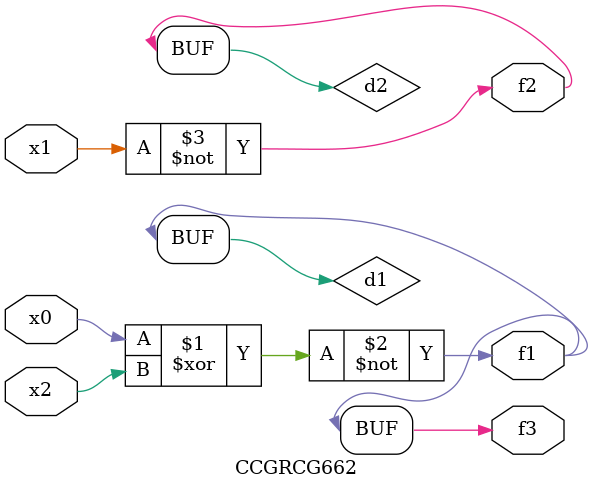
<source format=v>
module CCGRCG662(
	input x0, x1, x2,
	output f1, f2, f3
);

	wire d1, d2, d3;

	xnor (d1, x0, x2);
	nand (d2, x1);
	nor (d3, x1, x2);
	assign f1 = d1;
	assign f2 = d2;
	assign f3 = d1;
endmodule

</source>
